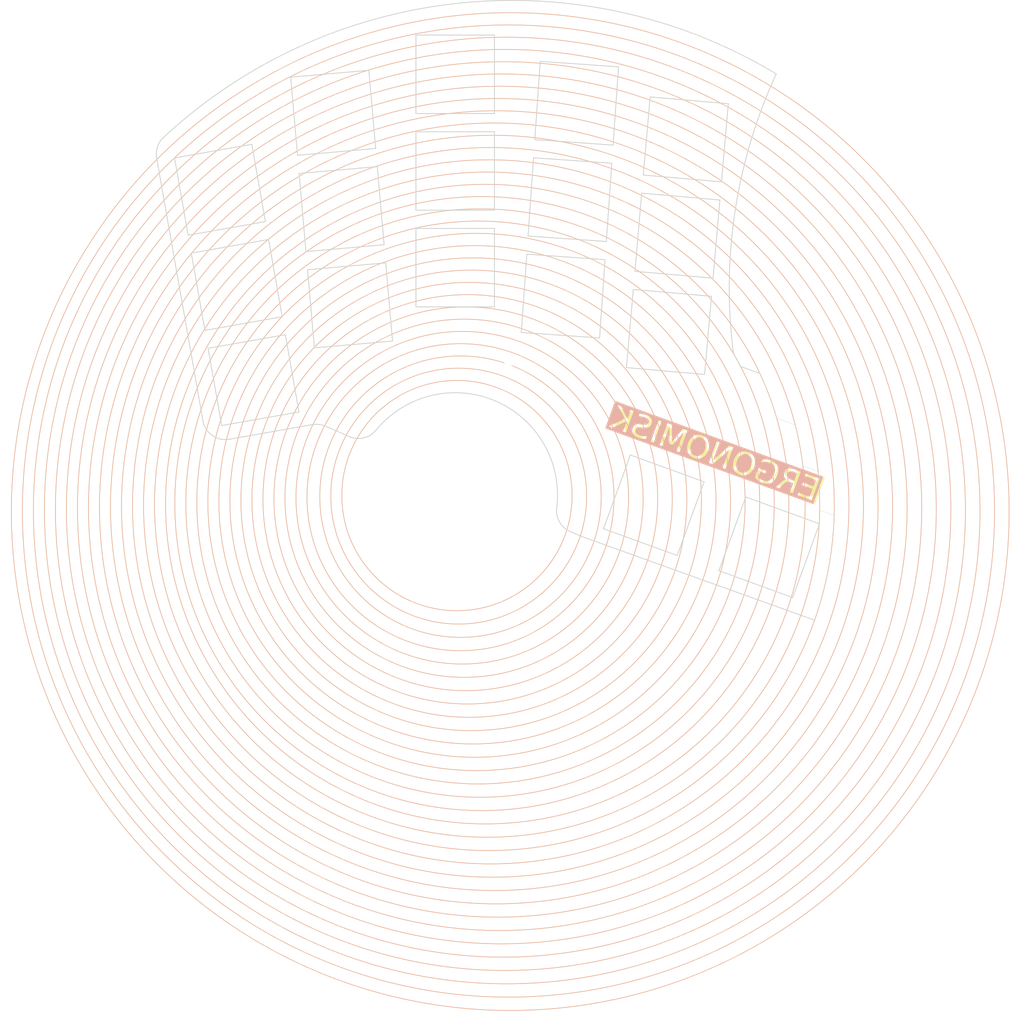
<source format=kicad_pcb>
(kicad_pcb (version 20221018) (generator pcbnew)
  (title_block (title "ergonomisk") (rev "v1.0.0") (company "Unknown"))
  (layers (0 "F.Cu" signal) (31 "B.Cu" signal) (34 "B.Paste" user) (35 "F.Paste" user) (36 "B.SilkS" user "B.Silkscreen") (37 "F.SilkS" user "F.Silkscreen") (38 "B.Mask" user) (39 "F.Mask" user) (44 "Edge.Cuts" user))
  (net 0 "")
  (footprint "MountingHole:MountingHole_2.2mm_M2_ISO7380" (layer "F.Cu") (at 145.05 96.4)
    (fp_text reference "REF**" hide)
    (fp_text value "MountingHole_2.2mm_M2_ISO7380")
    (pad "" np_thru_hole circle (at 0 0) (size 2.2 2.2) (drill 2.2) (layers "*.Cu" "*.Mask"))
  )
  (gr_circle (center 143.279286 122.559425) (end 217.529286 122.559425) (stroke (width 0.12)) (fill none) (layer "B.SilkS"))
  (gr_circle (center 137.341786 120.871925) (end 171.091786 120.871925) (stroke (width 0.12)) (fill none) (layer "B.SilkS"))
  (gr_circle (center 142.341786 122.278175) (end 209.841786 122.278175) (stroke (width 0.12)) (fill none) (layer "B.SilkS"))
  (gr_circle (center 140.154286 121.715675) (end 194.154286 121.715675) (stroke (width 0.12)) (fill none) (layer "B.SilkS"))
  (gr_circle (center 142.654286 122.371925) (end 212.404286 122.371925) (stroke (width 0.12)) (fill none) (layer "B.SilkS"))
  (gr_circle (center 144.841786 123.028175) (end 230.341786 123.028175) (stroke (width 0.12)) (fill none) (layer "B.SilkS"))
  (gr_circle (center 142.029286 122.184425) (end 207.279286 122.184425) (stroke (width 0.12)) (fill none) (layer "B.SilkS"))
  (gr_circle (center 136.091786 120.403175) (end 158.591786 120.403175) (stroke (width 0.12)) (fill none) (layer "B.SilkS"))
  (gr_circle (center 137.654286 120.965675) (end 173.654286 120.965675) (stroke (width 0.12)) (fill none) (layer "B.SilkS"))
  (gr_circle (center 139.529286 121.528175) (end 189.029286 121.528175) (stroke (width 0.12)) (fill none) (layer "B.SilkS"))
  (gr_circle (center 143.904286 122.746925) (end 222.654286 122.746925) (stroke (width 0.12)) (fill none) (layer "B.SilkS"))
  (gr_circle (center 140.779286 121.809425) (end 197.029286 121.809425) (stroke (width 0.12)) (fill none) (layer "B.SilkS"))
  (gr_circle (center 143.591786 122.653175) (end 220.091786 122.653175) (stroke (width 0.12)) (fill none) (layer "B.SilkS"))
  (gr_circle (center 136.404286 120.590675) (end 163.404286 120.590675) (stroke (width 0.12)) (fill none) (layer "B.SilkS"))
  (gr_circle (center 136.404286 120.496925) (end 161.154286 120.496925) (stroke (width 0.12)) (fill none) (layer "B.SilkS"))
  (gr_circle (center 136.716786 120.684425) (end 165.966786 120.684425) (stroke (width 0.12)) (fill none) (layer "B.SilkS"))
  (gr_circle (center 138.279286 121.153175) (end 178.779286 121.153175) (stroke (width 0.12)) (fill none) (layer "B.SilkS"))
  (gr_circle (center 138.904286 121.340675) (end 183.904286 121.340675) (stroke (width 0.12)) (fill none) (layer "B.SilkS"))
  (gr_circle (center 138.591786 121.246925) (end 181.341786 121.246925) (stroke (width 0.12)) (fill none) (layer "B.SilkS"))
  (gr_circle (center 137.029286 120.778175) (end 168.529286 120.778175) (stroke (width 0.12)) (fill none) (layer "B.SilkS"))
  (gr_circle (center 139.841786 121.621925) (end 191.591786 121.621925) (stroke (width 0.12)) (fill none) (layer "B.SilkS"))
  (gr_circle (center 144.216786 122.840675) (end 225.216786 122.840675) (stroke (width 0.12)) (fill none) (layer "B.SilkS"))
  (gr_circle (center 145.154286 123.121925) (end 232.904286 123.121925) (stroke (width 0.12)) (fill none) (layer "B.SilkS"))
  (gr_circle (center 139.216786 121.434425) (end 186.466786 121.434425) (stroke (width 0.12)) (fill none) (layer "B.SilkS"))
  (gr_circle (center 137.966786 121.059425) (end 176.216786 121.059425) (stroke (width 0.12)) (fill none) (layer "B.SilkS"))
  (gr_circle (center 141.716786 122.090675) (end 204.716786 122.090675) (stroke (width 0.12)) (fill none) (layer "B.SilkS"))
  (gr_circle (center 141.091786 121.903175) (end 199.591786 121.903175) (stroke (width 0.12)) (fill none) (layer "B.SilkS"))
  (gr_circle (center 144.529286 122.934425) (end 227.779286 122.934425) (stroke (width 0.12)) (fill none) (layer "B.SilkS"))
  (gr_circle (center 135.779286 120.309425) (end 156.029286 120.309425) (stroke (width 0.12)) (fill none) (layer "B.SilkS"))
  (gr_circle (center 141.404286 121.996925) (end 202.154286 121.996925) (stroke (width 0.12)) (fill none) (layer "B.SilkS"))
  (gr_circle (center 142.966786 122.465675) (end 214.966786 122.465675) (stroke (width 0.12)) (fill none) (layer "B.SilkS"))
  (gr_circle (center 138.591786 121.246925) (end 181.341786 121.246925) (stroke (width 0.12)) (fill none) (layer "F.SilkS"))
  (gr_circle (center 145.154286 123.121925) (end 232.904286 123.121925) (stroke (width 0.12)) (fill none) (layer "F.SilkS"))
  (gr_circle (center 136.716786 120.684425) (end 165.966786 120.684425) (stroke (width 0.12)) (fill none) (layer "F.SilkS"))
  (gr_circle (center 144.216786 122.840675) (end 225.216786 122.840675) (stroke (width 0.12)) (fill none) (layer "F.SilkS"))
  (gr_circle (center 142.029286 122.184425) (end 207.279286 122.184425) (stroke (width 0.12)) (fill none) (layer "F.SilkS"))
  (gr_circle (center 137.654286 120.965675) (end 173.654286 120.965675) (stroke (width 0.12)) (fill none) (layer "F.SilkS"))
  (gr_circle (center 140.154286 121.715675) (end 194.154286 121.715675) (stroke (width 0.12)) (fill none) (layer "F.SilkS"))
  (gr_circle (center 139.841786 121.621925) (end 191.591786 121.621925) (stroke (width 0.12)) (fill none) (layer "F.SilkS"))
  (gr_circle (center 135.779286 120.309425) (end 156.029286 120.309425) (stroke (width 0.12)) (fill none) (layer "F.SilkS"))
  (gr_circle (center 142.966786 122.465675) (end 214.966786 122.465675) (stroke (width 0.12)) (fill none) (layer "F.SilkS"))
  (gr_circle (center 136.091786 120.403175) (end 158.591786 120.403175) (stroke (width 0.12)) (fill none) (layer "F.SilkS"))
  (gr_circle (center 139.216786 121.434425) (end 186.466786 121.434425) (stroke (width 0.12)) (fill none) (layer "F.SilkS"))
  (gr_circle (center 137.966786 121.059425) (end 176.216786 121.059425) (stroke (width 0.12)) (fill none) (layer "F.SilkS"))
  (gr_circle (center 139.529286 121.528175) (end 189.029286 121.528175) (stroke (width 0.12)) (fill none) (layer "F.SilkS"))
  (gr_circle (center 138.279286 121.153175) (end 178.779286 121.153175) (stroke (width 0.12)) (fill none) (layer "F.SilkS"))
  (gr_circle (center 142.654286 122.371925) (end 212.404286 122.371925) (stroke (width 0.12)) (fill none) (layer "F.SilkS"))
  (gr_circle (center 143.591786 122.653175) (end 220.091786 122.653175) (stroke (width 0.12)) (fill none) (layer "F.SilkS"))
  (gr_circle (center 137.341786 120.871925) (end 171.091786 120.871925) (stroke (width 0.12)) (fill none) (layer "F.SilkS"))
  (gr_circle (center 141.404286 121.996925) (end 202.154286 121.996925) (stroke (width 0.12)) (fill none) (layer "F.SilkS"))
  (gr_circle (center 136.404286 120.496925) (end 161.154286 120.496925) (stroke (width 0.12)) (fill none) (layer "F.SilkS"))
  (gr_circle (center 143.904286 122.746925) (end 222.654286 122.746925) (stroke (width 0.12)) (fill none) (layer "F.SilkS"))
  (gr_circle (center 144.841786 123.028175) (end 230.341786 123.028175) (stroke (width 0.12)) (fill none) (layer "F.SilkS"))
  (gr_circle (center 140.779286 121.809425) (end 197.029286 121.809425) (stroke (width 0.12)) (fill none) (layer "F.SilkS"))
  (gr_circle (center 142.341786 122.278175) (end 209.841786 122.278175) (stroke (width 0.12)) (fill none) (layer "F.SilkS"))
  (gr_circle (center 143.279286 122.559425) (end 217.529286 122.559425) (stroke (width 0.12)) (fill none) (layer "F.SilkS"))
  (gr_circle (center 138.904286 121.340675) (end 183.904286 121.340675) (stroke (width 0.12)) (fill none) (layer "F.SilkS"))
  (gr_circle (center 137.029286 120.778175) (end 168.529286 120.778175) (stroke (width 0.12)) (fill none) (layer "F.SilkS"))
  (gr_circle (center 136.404286 120.590675) (end 163.404286 120.590675) (stroke (width 0.12)) (fill none) (layer "F.SilkS"))
  (gr_circle (center 144.529286 122.934425) (end 227.779286 122.934425) (stroke (width 0.12)) (fill none) (layer "F.SilkS"))
  (gr_circle (center 141.716786 122.090675) (end 204.716786 122.090675) (stroke (width 0.12)) (fill none) (layer "F.SilkS"))
  (gr_circle (center 141.091786 121.903175) (end 199.591786 121.903175) (stroke (width 0.12)) (fill none) (layer "F.SilkS"))
  (gr_line (start 166.280815 113.168607) (end 161.560937 126.136366) (stroke (width 0.15)) (layer "Edge.Cuts"))
  (gr_line (start 142.366786 53.115675) (end 142.366786 39.315675) (stroke (width 0.15)) (layer "Edge.Cuts"))
  (gr_line (start 169.762647 50.18313) (end 168.559898 63.930617) (stroke (width 0.15)) (layer "Edge.Cuts"))
  (gr_line (start 124.449983 93.124976) (end 123.247234 79.377489) (stroke (width 0.15)) (layer "Edge.Cuts"))
  (gr_line (start 183.510134 51.385879) (end 169.762647 50.18313) (stroke (width 0.15)) (layer "Edge.Cuts"))
  (gr_line (start 128.566786 56.315675) (end 128.566786 70.115675) (stroke (width 0.15)) (layer "Edge.Cuts"))
  (gr_line (start 112.595789 108.091543) (end 116.87932 109.934195) (stroke (width 0.15)) (layer "Edge.Cuts"))
  (gr_arc (start 82.957921 60.937273) (mid 83.104687 58.970984) (end 84.172983 57.313704) (stroke (width 0.15)) (layer "Edge.Cuts"))
  (gr_line (start 194.826056 138.243879) (end 199.545934 125.276121) (stroke (width 0.15)) (layer "Edge.Cuts"))
  (gr_line (start 107.739201 60.457105) (end 121.486688 59.254356) (stroke (width 0.15)) (layer "Edge.Cuts"))
  (gr_line (start 195.276512 107.858093) (end 192.019999 106.69) (stroke (width 0.05)) (layer "Edge.Cuts"))
  (gr_arc (start 84.172983 57.313704) (mid 135.791014 33.7373) (end 191.255783 45.734272) (stroke (width 0.15)) (layer "Edge.Cuts"))
  (gr_line (start 191.255783 45.734272) (end 191.929841 46.167672) (stroke (width 0.15)) (layer "Edge.Cuts"))
  (gr_line (start 150.436634 43.933985) (end 149.473995 57.700369) (stroke (width 0.15)) (layer "Edge.Cuts"))
  (gr_line (start 199.545934 125.276121) (end 186.578175 120.556243) (stroke (width 0.15)) (layer "Edge.Cuts"))
  (gr_line (start 142.366786 56.315675) (end 128.566786 56.315675) (stroke (width 0.15)) (layer "Edge.Cuts"))
  (gr_line (start 186.578175 120.556243) (end 181.858297 133.524001) (stroke (width 0.15)) (layer "Edge.Cuts"))
  (gr_line (start 179.248573 117.888485) (end 166.280815 113.168607) (stroke (width 0.15)) (layer "Edge.Cuts"))
  (gr_line (start 179.344089 99.003986) (end 180.546839 85.256499) (stroke (width 0.15)) (layer "Edge.Cuts"))
  (gr_line (start 162.054518 75.621597) (end 163.017158 61.855213) (stroke (width 0.15)) (layer "Edge.Cuts"))
  (gr_line (start 148.288134 74.658958) (end 162.054518 75.621597) (stroke (width 0.15)) (layer "Edge.Cuts"))
  (gr_line (start 94.402999 107.993346) (end 107.993346 105.597001) (stroke (width 0.15)) (layer "Edge.Cuts"))
  (gr_line (start 128.566786 73.315675) (end 128.566786 87.115675) (stroke (width 0.15)) (layer "Edge.Cuts"))
  (gr_line (start 128.566786 53.115675) (end 142.366786 53.115675) (stroke (width 0.15)) (layer "Edge.Cuts"))
  (gr_line (start 107.993346 105.597001) (end 105.597001 92.006654) (stroke (width 0.15)) (layer "Edge.Cuts"))
  (gr_line (start 182.028486 68.321189) (end 168.280999 67.11844) (stroke (width 0.15)) (layer "Edge.Cuts"))
  (gr_line (start 89.054635 77.661267) (end 91.45098 91.251614) (stroke (width 0.15)) (layer "Edge.Cuts"))
  (gr_line (start 102.644982 75.264922) (end 89.054635 77.661267) (stroke (width 0.15)) (layer "Edge.Cuts"))
  (gr_line (start 122.968336 76.189666) (end 121.765587 62.442179) (stroke (width 0.15)) (layer "Edge.Cuts"))
  (gr_line (start 109.220849 77.392415) (end 122.968336 76.189666) (stroke (width 0.15)) (layer "Edge.Cuts"))
  (gr_line (start 189.056636 98.816258) (end 185.679999 97.600001) (stroke (width 0.15)) (layer "Edge.Cuts"))
  (gr_line (start 95.740811 110.397563) (end 110.320555 107.826761) (stroke (width 0.15)) (layer "Edge.Cuts"))
  (gr_line (start 165.596603 97.801237) (end 179.344089 99.003986) (stroke (width 0.15)) (layer "Edge.Cuts"))
  (gr_line (start 148.064914 77.851163) (end 147.102274 91.617547) (stroke (width 0.15)) (layer "Edge.Cuts"))
  (gr_line (start 105.597001 92.006654) (end 92.006654 94.402999) (stroke (width 0.15)) (layer "Edge.Cuts"))
  (gr_line (start 142.366786 70.115675) (end 142.366786 56.315675) (stroke (width 0.15)) (layer "Edge.Cuts"))
  (gr_line (start 86.102616 60.919535) (end 88.498961 74.509882) (stroke (width 0.15)) (layer "Edge.Cuts"))
  (gr_line (start 181.858297 133.524001) (end 194.826056 138.243879) (stroke (width 0.15)) (layer "Edge.Cuts"))
  (gr_line (start 149.250774 60.892574) (end 148.288134 74.658958) (stroke (width 0.15)) (layer "Edge.Cuts"))
  (gr_line (start 109.499747 80.580238) (end 110.702497 94.327725) (stroke (width 0.15)) (layer "Edge.Cuts"))
  (gr_line (start 120.283939 45.506869) (end 106.536452 46.709619) (stroke (width 0.15)) (layer "Edge.Cuts"))
  (gr_line (start 167.07825 80.865927) (end 180.825737 82.068676) (stroke (width 0.15)) (layer "Edge.Cuts"))
  (gr_line (start 164.203018 44.896624) (end 150.436634 43.933985) (stroke (width 0.15)) (layer "Edge.Cuts"))
  (gr_line (start 121.486688 59.254356) (end 120.283939 45.506869) (stroke (width 0.15)) (layer "Edge.Cuts"))
  (gr_line (start 105.041327 88.855269) (end 102.644982 75.264922) (stroke (width 0.15)) (layer "Edge.Cuts"))
  (gr_line (start 149.473995 57.700369) (end 163.240379 58.663008) (stroke (width 0.15)) (layer "Edge.Cuts"))
  (gr_line (start 180.546839 85.256499) (end 166.799352 84.05375) (stroke (width 0.15)) (layer "Edge.Cuts"))
  (gr_line (start 163.017158 61.855213) (end 149.250774 60.892574) (stroke (width 0.15)) (layer "Edge.Cuts"))
  (gr_line (start 88.498961 74.509882) (end 102.089308 72.113538) (stroke (width 0.15)) (layer "Edge.Cuts"))
  (gr_arc (start 155.713657 126.639613) (mid 153.822276 124.951382) (end 153.32566 122.465257) (stroke (width 0.15)) (layer "Edge.Cuts"))
  (gr_line (start 155.713657 126.639612) (end 157.758637 127.519304) (stroke (width 0.15)) (layer "Edge.Cuts"))
  (gr_line (start 128.566786 39.315675) (end 128.566786 53.115675) (stroke (width 0.15)) (layer "Edge.Cuts"))
  (gr_arc (start 202.122486 123.781536) (mid 201.117998 133.139515) (end 198.68 142.23) (stroke (width 0.05)) (layer "Edge.Cuts"))
  (gr_line (start 163.240379 58.663008) (end 164.203018 44.896624) (stroke (width 0.15)) (layer "Edge.Cuts"))
  (gr_line (start 106.536452 46.709619) (end 107.739201 60.457105) (stroke (width 0.15)) (layer "Edge.Cuts"))
  (gr_line (start 123.247234 79.377489) (end 109.499747 80.580238) (stroke (width 0.15)) (layer "Edge.Cuts"))
  (gr_line (start 102.089308 72.113538) (end 99.692963 58.523191) (stroke (width 0.15)) (layer "Edge.Cuts"))
  (gr_line (start 82.957921 60.937273) (end 91.106987 107.152924) (stroke (width 0.15)) (layer "Edge.Cuts"))
  (gr_line (start 199.287588 116.058271) (end 196.629999 115.08) (stroke (width 0.05)) (layer "Edge.Cuts"))
  (gr_arc (start 184.419516 95.334654) (mid 184.707741 70.221584) (end 191.929841 46.167672) (stroke (width 0.15)) (layer "Edge.Cuts"))
  (gr_arc (start 184.419516 95.334654) (mid 185.063945 96.459433) (end 185.679999 97.600001) (stroke (width 0.15)) (layer "Edge.Cuts"))
  (gr_line (start 99.692963 58.523191) (end 86.102616 60.919535) (stroke (width 0.15)) (layer "Edge.Cuts"))
  (gr_arc (start 199.287588 116.058271) (mid 199.522611 119.460184) (end 199.56 122.87) (stroke (width 0.05)) (layer "Edge.Cuts"))
  (gr_line (start 142.366786 39.315675) (end 128.566786 39.315675) (stroke (width 0.15)) (layer "Edge.Cuts"))
  (gr_arc (start 189.056636 98.816258) (mid 190.691892 102.69533) (end 192.019999 106.69) (stroke (width 0.05)) (layer "Edge.Cuts"))
  (gr_line (start 128.566786 70.115675) (end 142.366786 70.115675) (stroke (width 0.15)) (layer "Edge.Cuts"))
  (gr_line (start 110.702497 94.327725) (end 124.449983 93.124976) (stroke (width 0.15)) (layer "Edge.Cuts"))
  (gr_line (start 166.799352 84.05375) (end 165.596603 97.801237) (stroke (width 0.15)) (layer "Edge.Cuts"))
  (gr_line (start 157.758637 127.519304) (end 198.68 142.23) (stroke (width 0.15)) (layer "Edge.Cuts"))
  (gr_line (start 168.559898 63.930617) (end 182.307385 65.133366) (stroke (width 0.15)) (layer "Edge.Cuts"))
  (gr_line (start 128.566786 87.115675) (end 142.366786 87.115675) (stroke (width 0.15)) (layer "Edge.Cuts"))
  (gr_line (start 108.0181 63.644928) (end 109.220849 77.392415) (stroke (width 0.15)) (layer "Edge.Cuts"))
  (gr_line (start 168.280999 67.11844) (end 167.07825 80.865927) (stroke (width 0.15)) (layer "Edge.Cuts"))
  (gr_arc (start 195.276512 107.858093) (mid 196.071292 111.446925) (end 196.629999 115.08) (stroke (width 0.05)) (layer "Edge.Cuts"))
  (gr_line (start 161.831298 78.813802) (end 148.064914 77.851163) (stroke (width 0.15)) (layer "Edge.Cuts"))
  (gr_line (start 147.102274 91.617547) (end 160.868658 92.580186) (stroke (width 0.15)) (layer "Edge.Cuts"))
  (gr_arc (start 121.552111 108.797189) (mid 142.579676 103.680657) (end 153.32566 122.465257) (stroke (width 0.15)) (layer "Edge.Cuts"))
  (gr_arc (start 121.552112 108.797188) (mid 119.405668 110.146344) (end 116.87932 109.934195) (stroke (width 0.15)) (layer "Edge.Cuts"))
  (gr_line (start 182.307385 65.133366) (end 183.510134 51.385879) (stroke (width 0.15)) (layer "Edge.Cuts"))
  (gr_line (start 142.366786 87.115675) (end 142.366786 73.315675) (stroke (width 0.15)) (layer "Edge.Cuts"))
  (gr_line (start 142.366786 73.315675) (end 128.566786 73.315675) (stroke (width 0.15)) (layer "Edge.Cuts"))
  (gr_arc (start 95.740811 110.397563) (mid 92.751912 109.73494) (end 91.106987 107.152925) (stroke (width 0.15)) (layer "Edge.Cuts"))
  (gr_line (start 121.765587 62.442179) (end 108.0181 63.644928) (stroke (width 0.15)) (layer "Edge.Cuts"))
  (gr_line (start 91.45098 91.251614) (end 105.041327 88.855269) (stroke (width 0.15)) (layer "Edge.Cuts"))
  (gr_line (start 202.122486 123.781536) (end 199.56 122.87) (stroke (width 0.05)) (layer "Edge.Cuts"))
  (gr_line (start 174.528695 130.856244) (end 179.248573 117.888485) (stroke (width 0.15)) (layer "Edge.Cuts"))
  (gr_line (start 161.560937 126.136366) (end 174.528695 130.856244) (stroke (width 0.15)) (layer "Edge.Cuts"))
  (gr_arc (start 110.320554 107.82676) (mid 111.47753 107.792806) (end 112.595789 108.091543) (stroke (width 0.15)) (layer "Edge.Cuts"))
  (gr_line (start 160.868658 92.580186) (end 161.831298 78.813802) (stroke (width 0.15)) (layer "Edge.Cuts"))
  (gr_line (start 92.006654 94.402999) (end 94.402999 107.993346) (stroke (width 0.15)) (layer "Edge.Cuts"))
  (gr_line (start 180.825737 82.068676) (end 182.028486 68.321189) (stroke (width 0.15)) (layer "Edge.Cuts"))
  (gr_text "ERGONOMISK" (at 181.2 113.2 340) (layer "B.SilkS" knockout) (effects (font (size 4 4)) (justify mirror)))
  (gr_text "ERGONOMISK" (at 180.86 113.09 340) (layer "F.SilkS" knockout) (effects (font (size 4 4))))
)
</source>
